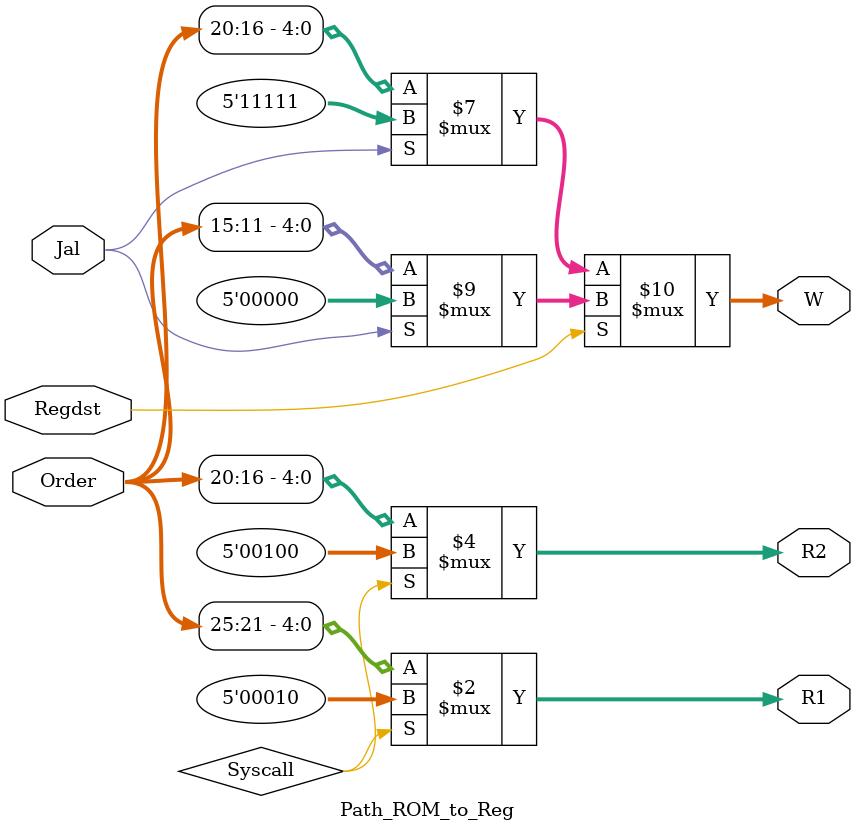
<source format=v>
`timescale 1ns / 1ps

module PCenable(R1_out, Syscall, Go, enable);
    input [31:0]R1_out;
    input Syscall, Go;
    output enable;

    assign enable = (R1_out == 32'h00000022) | ~Syscall | Go;
endmodule

module Path_ROM_to_Reg(Order, Jal, Regdst, R1, R2, W);
    input [31:0]Order;
    input Jal, Regdst;
    output [4:0]R1, R2, W;

    assign R1 = (Syscall == 1)?5'b00010 : Order[25:21];
    assign R2 = (Syscall == 1)?5'b00100 : Order[20:16];
    assign W = (Regdst == 0)?((Jal == 0)?(Order[20:16]):(5'b11111)):((Jal == 0)?(Order[15:11]):(5'b00000));
    // 5'b00000 stands for error
endmodule

</source>
